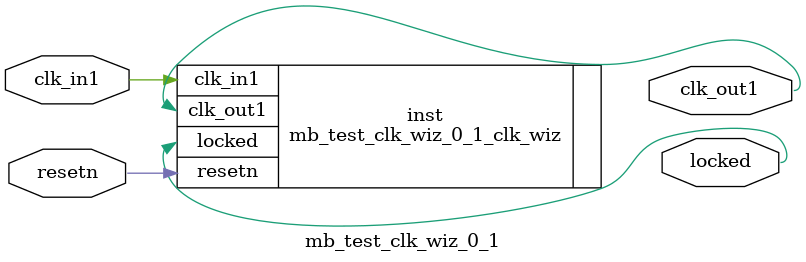
<source format=v>


`timescale 1ps/1ps

(* CORE_GENERATION_INFO = "mb_test_clk_wiz_0_1,clk_wiz_v6_0_2_0_0,{component_name=mb_test_clk_wiz_0_1,use_phase_alignment=true,use_min_o_jitter=false,use_max_i_jitter=false,use_dyn_phase_shift=false,use_inclk_switchover=false,use_dyn_reconfig=false,enable_axi=0,feedback_source=FDBK_AUTO,PRIMITIVE=MMCM,num_out_clk=1,clkin1_period=83.333,clkin2_period=10.0,use_power_down=false,use_reset=true,use_locked=true,use_inclk_stopped=false,feedback_type=SINGLE,CLOCK_MGR_TYPE=NA,manual_override=false}" *)

module mb_test_clk_wiz_0_1 
 (
  // Clock out ports
  output        clk_out1,
  // Status and control signals
  input         resetn,
  output        locked,
 // Clock in ports
  input         clk_in1
 );

  mb_test_clk_wiz_0_1_clk_wiz inst
  (
  // Clock out ports  
  .clk_out1(clk_out1),
  // Status and control signals               
  .resetn(resetn), 
  .locked(locked),
 // Clock in ports
  .clk_in1(clk_in1)
  );

endmodule

</source>
